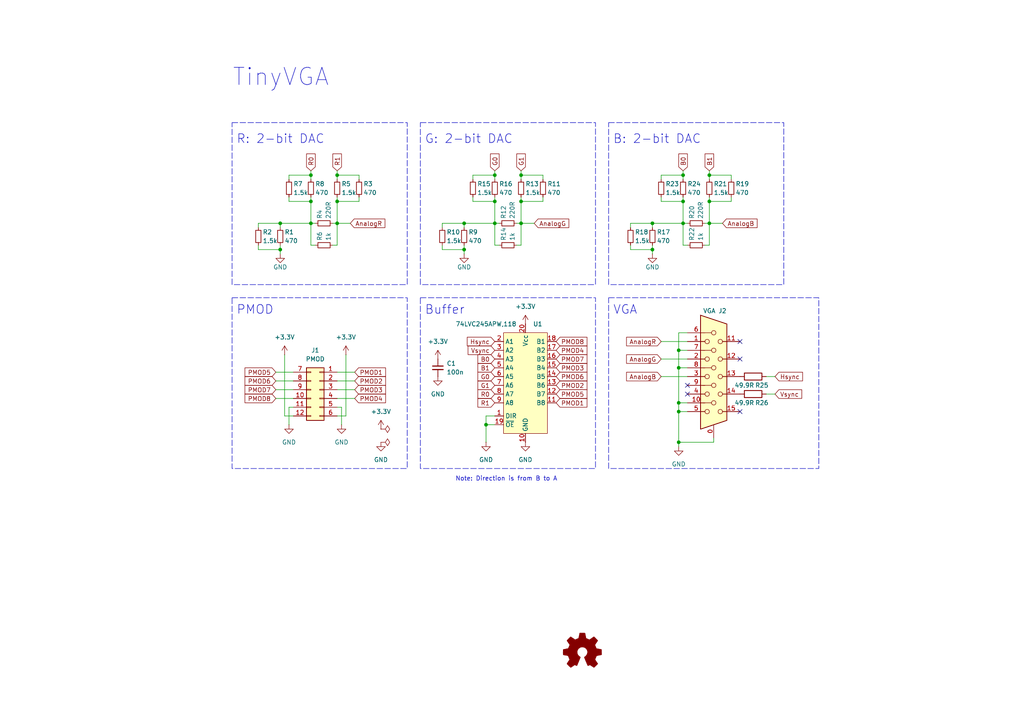
<source format=kicad_sch>
(kicad_sch (version 20231120) (generator "eeschema") (generator_version "8.0")
  (paper "A4")
  (title_block (title "Tiny VGA") (date "2023-10-07") (rev "v1.0") (company "Copyright (c) Leo Moser") (comment 1 "Made by mole99") (comment 2 "License: CC BY-SA 4.0"))
  (lib_symbols
    (symbol "Connector:DE15_Receptacle_HighDensity_MountingHoles" (pin_names (offset 1.016) hide)
      (property "Reference" "J" (at 0 21.59 0))
      (property "Value" "DE15_Receptacle_HighDensity_MountingHoles" (at 0 19.05 0))
      (symbol "DE15_Receptacle_HighDensity_MountingHoles_0_1"
        (circle (center -1.905 -10.16) (radius 0.635))
        (circle (center -1.905 -5.08) (radius 0.635))
        (circle (center -1.905 0) (radius 0.635))
        (circle (center -1.905 5.08) (radius 0.635))
        (circle (center -1.905 10.16) (radius 0.635))
        (circle (center 0 -7.62) (radius 0.635))
        (circle (center 0 -2.54) (radius 0.635))
        (polyline (pts (xy -3.175 7.62) (xy -0.635 7.62)))
        (polyline (pts (xy -0.635 -7.62) (xy -3.175 -7.62)))
        (polyline (pts (xy -0.635 -2.54) (xy -3.175 -2.54)))
        (polyline (pts (xy -0.635 2.54) (xy -3.175 2.54)))
        (polyline (pts (xy -0.635 12.7) (xy -3.175 12.7)))
        (polyline (pts (xy -3.81 17.78) (xy -3.81 -15.24) (xy 3.81 -12.7) (xy 3.81 15.24) (xy -3.81 17.78)) (stroke (width 0.254)) (fill (type background)))
        (circle (center 0 2.54) (radius 0.635))
        (circle (center 0 7.62) (radius 0.635))
        (circle (center 0 12.7) (radius 0.635))
        (circle (center 1.905 -10.16) (radius 0.635))
        (circle (center 1.905 -5.08) (radius 0.635))
        (circle (center 1.905 0) (radius 0.635))
        (circle (center 1.905 5.08) (radius 0.635))
        (circle (center 1.905 10.16) (radius 0.635))
      )
      (symbol "DE15_Receptacle_HighDensity_MountingHoles_1_1"
        (pin passive line (at 0 -17.78 90) (length 3.81) (name "~") (number "0"))
        (pin passive line (at -7.62 10.16 0) (length 5.08) (name "~") (number "1"))
        (pin passive line (at -7.62 -7.62 0) (length 5.08) (name "~") (number "10"))
        (pin passive line (at 7.62 10.16 180) (length 5.08) (name "~") (number "11"))
        (pin passive line (at 7.62 5.08 180) (length 5.08) (name "~") (number "12"))
        (pin passive line (at 7.62 0 180) (length 5.08) (name "~") (number "13"))
        (pin passive line (at 7.62 -5.08 180) (length 5.08) (name "~") (number "14"))
        (pin passive line (at 7.62 -10.16 180) (length 5.08) (name "~") (number "15"))
        (pin passive line (at -7.62 5.08 0) (length 5.08) (name "~") (number "2"))
        (pin passive line (at -7.62 0 0) (length 5.08) (name "~") (number "3"))
        (pin passive line (at -7.62 -5.08 0) (length 5.08) (name "~") (number "4"))
        (pin passive line (at -7.62 -10.16 0) (length 5.08) (name "~") (number "5"))
        (pin passive line (at -7.62 12.7 0) (length 5.08) (name "~") (number "6"))
        (pin passive line (at -7.62 7.62 0) (length 5.08) (name "~") (number "7"))
        (pin passive line (at -7.62 2.54 0) (length 5.08) (name "~") (number "8"))
        (pin passive line (at -7.62 -2.54 0) (length 5.08) (name "~") (number "9"))
      )
    )
    (symbol "Connector_Generic:Conn_02x06_Top_Bottom" (pin_names (offset 1.016) hide)
      (property "Reference" "J" (at 1.27 7.62 0))
      (property "Value" "Conn_02x06_Top_Bottom" (at 1.27 -10.16 0))
      (symbol "Conn_02x06_Top_Bottom_1_1"
        (rectangle (start -1.27 -7.493) (end 0 -7.747) (stroke (width 0.1524)))
        (rectangle (start -1.27 -4.953) (end 0 -5.207) (stroke (width 0.1524)))
        (rectangle (start -1.27 -2.413) (end 0 -2.667) (stroke (width 0.1524)))
        (rectangle (start -1.27 0.127) (end 0 -0.127) (stroke (width 0.1524)))
        (rectangle (start -1.27 2.667) (end 0 2.413) (stroke (width 0.1524)))
        (rectangle (start -1.27 5.207) (end 0 4.953) (stroke (width 0.1524)))
        (rectangle (start -1.27 6.35) (end 3.81 -8.89) (stroke (width 0.254)) (fill (type background)))
        (rectangle (start 3.81 -7.493) (end 2.54 -7.747) (stroke (width 0.1524)))
        (rectangle (start 3.81 -4.953) (end 2.54 -5.207) (stroke (width 0.1524)))
        (rectangle (start 3.81 -2.413) (end 2.54 -2.667) (stroke (width 0.1524)))
        (rectangle (start 3.81 0.127) (end 2.54 -0.127) (stroke (width 0.1524)))
        (rectangle (start 3.81 2.667) (end 2.54 2.413) (stroke (width 0.1524)))
        (rectangle (start 3.81 5.207) (end 2.54 4.953) (stroke (width 0.1524)))
        (pin passive line (at -5.08 5.08 0) (length 3.81) (name "Pin_1") (number "1"))
        (pin passive line (at 7.62 -2.54 180) (length 3.81) (name "Pin_10") (number "10"))
        (pin passive line (at 7.62 -5.08 180) (length 3.81) (name "Pin_11") (number "11"))
        (pin passive line (at 7.62 -7.62 180) (length 3.81) (name "Pin_12") (number "12"))
        (pin passive line (at -5.08 2.54 0) (length 3.81) (name "Pin_2") (number "2"))
        (pin passive line (at -5.08 0 0) (length 3.81) (name "Pin_3") (number "3"))
        (pin passive line (at -5.08 -2.54 0) (length 3.81) (name "Pin_4") (number "4"))
        (pin passive line (at -5.08 -5.08 0) (length 3.81) (name "Pin_5") (number "5"))
        (pin passive line (at -5.08 -7.62 0) (length 3.81) (name "Pin_6") (number "6"))
        (pin passive line (at 7.62 5.08 180) (length 3.81) (name "Pin_7") (number "7"))
        (pin passive line (at 7.62 2.54 180) (length 3.81) (name "Pin_8") (number "8"))
        (pin passive line (at 7.62 0 180) (length 3.81) (name "Pin_9") (number "9"))
      )
    )
    (symbol "Device:C_Small" (pin_numbers hide) (pin_names (offset 0.254) hide)
      (property "Reference" "C" (at 0.254 1.778 0))
      (property "Value" "C_Small" (at 0.254 -2.032 0))
      (symbol "C_Small_0_1"
        (polyline (pts (xy -1.524 -0.508) (xy 1.524 -0.508)) (stroke (width 0.3302)))
        (polyline (pts (xy -1.524 0.508) (xy 1.524 0.508)) (stroke (width 0.3048)))
      )
      (symbol "C_Small_1_1"
        (pin passive line (at 0 2.54 270) (length 2.032) (name "~") (number "1"))
        (pin passive line (at 0 -2.54 90) (length 2.032) (name "~") (number "2"))
      )
    )
    (symbol "Device:R" (pin_numbers hide) (pin_names (offset 0))
      (property "Reference" "R" (at 2.032 0 90))
      (property "Value" "R" (at 0 0 90))
      (symbol "R_0_1"
        (rectangle (start -1.016 -2.54) (end 1.016 2.54) (stroke (width 0.254)))
      )
      (symbol "R_1_1"
        (pin passive line (at 0 3.81 270) (length 1.27) (name "~") (number "1"))
        (pin passive line (at 0 -3.81 90) (length 1.27) (name "~") (number "2"))
      )
    )
    (symbol "Device:R_Small" (pin_numbers hide) (pin_names (offset 0.254) hide)
      (property "Reference" "R" (at 0.762 0.508 0))
      (property "Value" "R_Small" (at 0.762 -1.016 0))
      (symbol "R_Small_0_1"
        (rectangle (start -0.762 1.778) (end 0.762 -1.778) (stroke (width 0.2032)))
      )
      (symbol "R_Small_1_1"
        (pin passive line (at 0 2.54 270) (length 0.762) (name "~") (number "1"))
        (pin passive line (at 0 -2.54 90) (length 0.762) (name "~") (number "2"))
      )
    )
    (symbol "Graphic:Logo_Open_Hardware_Small" (in_bom no) (on_board no)
      (symbol "Logo_Open_Hardware_Small_0_1"
        (polyline (pts (xy 3.3528 -4.3434) (xy 3.302 -4.318) (xy 3.175 -4.2418) (xy 2.9972 -4.1148) (xy 2.7686 -3.9624) (xy 2.54 -3.81) (xy 2.3622 -3.7084) (xy 2.2352 -3.6068) (xy 2.1844 -3.5814) (xy 2.159 -3.6068) (xy 2.0574 -3.6576) (xy 1.905 -3.7338) (xy 1.8034 -3.7846) (xy 1.6764 -3.8354) (xy 1.6002 -3.8354) (xy 1.6002 -3.8354) (xy 1.5494 -3.7338) (xy 1.4732 -3.5306) (xy 1.3462 -3.302) (xy 1.2446 -3.0226) (xy 1.1176 -2.7178) (xy 0.9652 -2.413) (xy 0.8636 -2.1082) (xy 0.7366 -1.8288) (xy 0.6604 -1.6256) (xy 0.6096 -1.4732) (xy 0.5842 -1.397) (xy 0.5842 -1.397) (xy 0.6604 -1.3208) (xy 0.7874 -1.2446) (xy 1.0414 -1.016) (xy 1.2954 -0.6858) (xy 1.4478 -0.3302) (xy 1.524 0.0762) (xy 1.4732 0.4572) (xy 1.3208 0.8128) (xy 1.0668 1.143) (xy 0.762 1.3716) (xy 0.4064 1.524) (xy 0 1.5748) (xy -0.381 1.5494) (xy -0.7366 1.397) (xy -1.0668 1.143) (xy -1.2192 0.9906) (xy -1.397 0.6604) (xy -1.524 0.3048) (xy -1.524 0.2286) (xy -1.4986 -0.1778) (xy -1.397 -0.5334) (xy -1.1938 -0.8636) (xy -0.9144 -1.143) (xy -0.8636 -1.1684) (xy -0.7366 -1.27) (xy -0.635 -1.3462) (xy -0.5842 -1.397) (xy -1.0668 -2.5908) (xy -1.143 -2.794) (xy -1.2954 -3.1242) (xy -1.397 -3.4036) (xy -1.4986 -3.6322) (xy -1.5748 -3.7846) (xy -1.6002 -3.8354) (xy -1.6002 -3.8354) (xy -1.651 -3.8354) (xy -1.7272 -3.81) (xy -1.905 -3.7338) (xy -2.0066 -3.683) (xy -2.1336 -3.6068) (xy -2.2098 -3.5814) (xy -2.2606 -3.6068) (xy -2.3622 -3.683) (xy -2.54 -3.81) (xy -2.7686 -3.9624) (xy -2.9718 -4.0894) (xy -3.1496 -4.2164) (xy -3.302 -4.318) (xy -3.3528 -4.3434) (xy -3.3782 -4.3434) (xy -3.429 -4.318) (xy -3.5306 -4.2164) (xy -3.7084 -4.064) (xy -3.937 -3.8354) (xy -3.9624 -3.81) (xy -4.1656 -3.6068) (xy -4.318 -3.4544) (xy -4.4196 -3.3274) (xy -4.445 -3.2766) (xy -4.445 -3.2766) (xy -4.4196 -3.2258) (xy -4.318 -3.0734) (xy -4.2164 -2.8956) (xy -4.064 -2.667) (xy -3.6576 -2.0828) (xy -3.8862 -1.5494) (xy -3.937 -1.3716) (xy -4.0386 -1.1684) (xy -4.0894 -1.0414) (xy -4.1148 -0.9652) (xy -4.191 -0.9398) (xy -4.318 -0.9144) (xy -4.5466 -0.8636) (xy -4.8006 -0.8128) (xy -5.0546 -0.7874) (xy -5.2578 -0.7366) (xy -5.4356 -0.7112) (xy -5.5118 -0.6858) (xy -5.5118 -0.6858) (xy -5.5372 -0.635) (xy -5.5372 -0.5588) (xy -5.5372 -0.4318) (xy -5.5626 -0.2286) (xy -5.5626 0.0762) (xy -5.5626 0.127) (xy -5.5372 0.4064) (xy -5.5372 0.635) (xy -5.5372 0.762) (xy -5.5372 0.8382) (xy -5.5372 0.8382) (xy -5.461 0.8382) (xy -5.3086 0.889) (xy -5.08 0.9144) (xy -4.826 0.9652) (xy -4.8006 0.9906) (xy -4.5466 1.0414) (xy -4.318 1.0668) (xy -4.1656 1.1176) (xy -4.0894 1.143) (xy -4.0894 1.143) (xy -4.0386 1.2446) (xy -3.9624 1.4224) (xy -3.8608 1.6256) (xy -3.7846 1.8288) (xy -3.7084 2.0066) (xy -3.6576 2.159) (xy -3.6322 2.2098) (xy -3.6322 2.2098) (xy -3.683 2.286) (xy -3.7592 2.413) (xy -3.8862 2.5908) (xy -4.064 2.8194) (xy -4.064 2.8448) (xy -4.2164 3.0734) (xy -4.3434 3.2512) (xy -4.4196 3.3782) (xy -4.445 3.4544) (xy -4.445 3.4544) (xy -4.3942 3.5052) (xy -4.2926 3.6322) (xy -4.1148 3.81) (xy -3.937 4.0132) (xy -3.8608 4.064) (xy -3.6576 4.2926) (xy -3.5052 4.4196) (xy -3.4036 4.4958) (xy -3.3528 4.5212) (xy -3.3528 4.5212) (xy -3.302 4.4704) (xy -3.1496 4.3688) (xy -2.9718 4.2418) (xy -2.7432 4.0894) (xy -2.7178 4.0894) (xy -2.4892 3.937) (xy -2.3114 3.81) (xy -2.1844 3.7084) (xy -2.1336 3.683) (xy -2.1082 3.683) (xy -2.032 3.7084) (xy -1.8542 3.7592) (xy -1.6764 3.8354) (xy -1.4732 3.937) (xy -1.27 4.0132) (xy -1.143 4.064) (xy -1.0668 4.1148) (xy -1.0668 4.1148) (xy -1.0414 4.191) (xy -1.016 4.3434) (xy -0.9652 4.572) (xy -0.9144 4.8514) (xy -0.889 4.9022) (xy -0.8382 5.1562) (xy -0.8128 5.3848) (xy -0.7874 5.5372) (xy -0.762 5.588) (xy -0.7112 5.6134) (xy -0.5842 5.6134) (xy -0.4064 5.6134) (xy -0.1524 5.6134) (xy 0.0762 5.6134) (xy 0.3302 5.6134) (xy 0.5334 5.6134) (xy 0.6858 5.588) (xy 0.7366 5.588) (xy 0.7366 5.588) (xy 0.762 5.5118) (xy 0.8128 5.334) (xy 0.8382 5.1054) (xy 0.9144 4.826) (xy 0.9144 4.7752) (xy 0.9652 4.5212) (xy 1.016 4.2926) (xy 1.0414 4.1402) (xy 1.0668 4.0894) (xy 1.0668 4.0894) (xy 1.1938 4.0386) (xy 1.3716 3.9624) (xy 1.5748 3.8608) (xy 2.0828 3.6576) (xy 2.7178 4.0894) (xy 2.7686 4.1402) (xy 2.9972 4.2926) (xy 3.175 4.4196) (xy 3.302 4.4958) (xy 3.3782 4.5212) (xy 3.3782 4.5212) (xy 3.429 4.4704) (xy 3.556 4.3434) (xy 3.7338 4.191) (xy 3.9116 3.9878) (xy 4.064 3.8354) (xy 4.2418 3.6576) (xy 4.3434 3.556) (xy 4.4196 3.4798) (xy 4.4196 3.429) (xy 4.4196 3.4036) (xy 4.3942 3.3274) (xy 4.2926 3.2004) (xy 4.1656 2.9972) (xy 4.0132 2.794) (xy 3.8862 2.5908) (xy 3.7592 2.3876) (xy 3.6576 2.2352) (xy 3.6322 2.159) (xy 3.6322 2.1336) (xy 3.683 2.0066) (xy 3.7592 1.8288) (xy 3.8608 1.6002) (xy 4.064 1.1176) (xy 4.3942 1.0414) (xy 4.5974 1.016) (xy 4.8768 0.9652) (xy 5.1308 0.9144) (xy 5.5372 0.8382) (xy 5.5626 -0.6604) (xy 5.4864 -0.6858) (xy 5.4356 -0.6858) (xy 5.2832 -0.7366) (xy 5.0546 -0.762) (xy 4.8006 -0.8128) (xy 4.5974 -0.8636) (xy 4.3688 -0.9144) (xy 4.2164 -0.9398) (xy 4.1402 -0.9398) (xy 4.1148 -0.9652) (xy 4.064 -1.0668) (xy 3.9878 -1.2446) (xy 3.9116 -1.4478) (xy 3.81 -1.651) (xy 3.7338 -1.8542) (xy 3.683 -2.0066) (xy 3.6576 -2.0828) (xy 3.683 -2.1336) (xy 3.7846 -2.2606) (xy 3.8862 -2.4638) (xy 4.0386 -2.667) (xy 4.191 -2.8956) (xy 4.318 -3.0734) (xy 4.3942 -3.2004) (xy 4.445 -3.2766) (xy 4.4196 -3.3274) (xy 4.3434 -3.429) (xy 4.1656 -3.5814) (xy 3.937 -3.8354) (xy 3.8862 -3.8608) (xy 3.683 -4.064) (xy 3.5306 -4.2164) (xy 3.4036 -4.318) (xy 3.3528 -4.3434)) (fill (type outline)))
      )
    )
    (symbol "power:+3.3V" (power) (pin_numbers hide) (pin_names (offset 0) hide)
      (property "Value" "+3.3V" (at 0 3.556 0))
      (symbol "+3.3V_0_1"
        (polyline (pts (xy -0.762 1.27) (xy 0 2.54)))
        (polyline (pts (xy 0 0) (xy 0 2.54)))
        (polyline (pts (xy 0 2.54) (xy 0.762 1.27)))
      )
      (symbol "+3.3V_1_1"
        (pin power_in line (at 0 0 90) (length 0) (name "~") (number "1"))
      )
    )
    (symbol "power:GND" (power) (pin_numbers hide) (pin_names (offset 0) hide)
      (property "Value" "GND" (at 0 -3.81 0))
      (symbol "GND_0_1"
        (polyline (pts (xy 0 0) (xy 0 -1.27) (xy 1.27 -1.27) (xy 0 -2.54) (xy -1.27 -1.27) (xy 0 -1.27)))
      )
      (symbol "GND_1_1"
        (pin power_in line (at 0 0 270) (length 0) (name "~") (number "1"))
      )
    )
    (symbol "power:PWR_FLAG" (power) (pin_numbers hide) (pin_names (offset 0) hide)
      (property "Value" "PWR_FLAG" (at 0 3.81 0))
      (symbol "PWR_FLAG_0_0"
        (pin power_out line (at 0 0 90) (length 0) (name "~") (number "1"))
      )
      (symbol "PWR_FLAG_0_1"
        (polyline (pts (xy 0 0) (xy 0 1.27) (xy -1.016 1.905) (xy 0 2.54) (xy 1.016 1.905) (xy 0 1.27)))
      )
    )
    (symbol "tiny-vga:74LVC245A"
      (property "Reference" "U" (at 3.81 3.81 0))
      (property "Value" "74LVC245A" (at -7.62 3.81 0))
      (symbol "74LVC245A_1_1"
        (rectangle (start -6.35 2.54) (end 6.35 -26.67) (fill (type background)))
        (pin input line (at -8.89 -21.59 0) (length 2.54) (name "DIR") (number "1"))
        (pin power_in line (at 0 -29.21 90) (length 2.54) (name "GND") (number "10"))
        (pin input line (at 8.89 -17.78 180) (length 2.54) (name "B8") (number "11"))
        (pin input line (at 8.89 -15.24 180) (length 2.54) (name "B7") (number "12"))
        (pin input line (at 8.89 -12.7 180) (length 2.54) (name "B6") (number "13"))
        (pin input line (at 8.89 -10.16 180) (length 2.54) (name "B5") (number "14"))
        (pin input line (at 8.89 -7.62 180) (length 2.54) (name "B4") (number "15"))
        (pin input line (at 8.89 -5.08 180) (length 2.54) (name "B3") (number "16"))
        (pin input line (at 8.89 -2.54 180) (length 2.54) (name "B2") (number "17"))
        (pin input line (at 8.89 0 180) (length 2.54) (name "B1") (number "18"))
        (pin input line (at -8.89 -24.13 0) (length 2.54) (name "~{OE}") (number "19"))
        (pin input line (at -8.89 0 0) (length 2.54) (name "A1") (number "2"))
        (pin power_in line (at 0 5.08 270) (length 2.54) (name "Vcc") (number "20"))
        (pin input line (at -8.89 -2.54 0) (length 2.54) (name "A2") (number "3"))
        (pin input line (at -8.89 -5.08 0) (length 2.54) (name "A3") (number "4"))
        (pin input line (at -8.89 -7.62 0) (length 2.54) (name "A4") (number "5"))
        (pin input line (at -8.89 -10.16 0) (length 2.54) (name "A5") (number "6"))
        (pin input line (at -8.89 -12.7 0) (length 2.54) (name "A6") (number "7"))
        (pin input line (at -8.89 -15.24 0) (length 2.54) (name "A7") (number "8"))
        (pin input line (at -8.89 -17.78 0) (length 2.54) (name "A8") (number "9"))
      )
    )
  )
  (junction (at 143.51 64.77))
  (junction (at 189.23 64.77))
  (junction (at 196.85 128.27))
  (junction (at 196.85 116.84))
  (junction (at 151.13 58.42))
  (junction (at 97.79 50.8))
  (junction (at 97.79 58.42))
  (junction (at 205.74 50.8))
  (junction (at 97.79 64.77))
  (junction (at 198.12 58.42))
  (junction (at 140.97 123.19))
  (junction (at 151.13 50.8))
  (junction (at 90.17 64.77))
  (junction (at 198.12 64.77))
  (junction (at 205.74 64.77))
  (junction (at 143.51 50.8))
  (junction (at 90.17 50.8))
  (junction (at 134.62 64.77))
  (junction (at 90.17 58.42))
  (junction (at 189.23 72.39))
  (junction (at 198.12 50.8))
  (junction (at 134.62 72.39))
  (junction (at 81.28 64.77))
  (junction (at 143.51 58.42))
  (junction (at 151.13 64.77))
  (junction (at 196.85 106.68))
  (junction (at 196.85 119.38))
  (junction (at 205.74 58.42))
  (junction (at 196.85 101.6))
  (junction (at 81.28 72.39))
  (no_connect (at 214.63 104.14))
  (no_connect (at 214.63 99.06))
  (no_connect (at 214.63 119.38))
  (no_connect (at 199.39 114.3))
  (no_connect (at 199.39 111.76))
  (wire (pts (xy 97.79 107.95) (xy 102.87 107.95)))
  (wire (pts (xy 198.12 57.15) (xy 198.12 58.42)))
  (wire (pts (xy 143.51 58.42) (xy 143.51 64.77)))
  (wire (pts (xy 196.85 96.52) (xy 196.85 101.6)))
  (wire (pts (xy 90.17 71.12) (xy 91.44 71.12)))
  (wire (pts (xy 100.33 102.87) (xy 100.33 120.65)))
  (wire (pts (xy 134.62 64.77) (xy 143.51 64.77)))
  (wire (pts (xy 151.13 57.15) (xy 151.13 58.42)))
  (wire (pts (xy 97.79 57.15) (xy 97.79 58.42)))
  (wire (pts (xy 83.82 118.11) (xy 85.09 118.11)))
  (wire (pts (xy 151.13 50.8) (xy 151.13 52.07)))
  (wire (pts (xy 128.27 64.77) (xy 128.27 66.04)))
  (wire (pts (xy 189.23 72.39) (xy 189.23 73.66)))
  (wire (pts (xy 97.79 118.11) (xy 99.06 118.11)))
  (wire (pts (xy 143.51 50.8) (xy 143.51 52.07)))
  (wire (pts (xy 196.85 96.52) (xy 199.39 96.52)))
  (wire (pts (xy 81.28 71.12) (xy 81.28 72.39)))
  (wire (pts (xy 198.12 49.53) (xy 198.12 50.8)))
  (wire (pts (xy 182.88 64.77) (xy 182.88 66.04)))
  (wire (pts (xy 198.12 64.77) (xy 199.39 64.77)))
  (wire (pts (xy 140.97 120.65) (xy 140.97 123.19)))
  (wire (pts (xy 191.77 104.14) (xy 199.39 104.14)))
  (wire (pts (xy 97.79 58.42) (xy 97.79 64.77)))
  (wire (pts (xy 96.52 64.77) (xy 97.79 64.77)))
  (wire (pts (xy 96.52 71.12) (xy 97.79 71.12)))
  (wire (pts (xy 205.74 64.77) (xy 205.74 71.12)))
  (wire (pts (xy 204.47 64.77) (xy 205.74 64.77)))
  (wire (pts (xy 97.79 49.53) (xy 97.79 50.8)))
  (wire (pts (xy 83.82 50.8) (xy 83.82 52.07)))
  (wire (pts (xy 196.85 119.38) (xy 196.85 128.27)))
  (wire (pts (xy 97.79 64.77) (xy 97.79 71.12)))
  (wire (pts (xy 134.62 64.77) (xy 134.62 66.04)))
  (wire (pts (xy 198.12 58.42) (xy 198.12 64.77)))
  (wire (pts (xy 90.17 49.53) (xy 90.17 50.8)))
  (wire (pts (xy 80.01 110.49) (xy 85.09 110.49)))
  (wire (pts (xy 143.51 57.15) (xy 143.51 58.42)))
  (wire (pts (xy 143.51 49.53) (xy 143.51 50.8)))
  (wire (pts (xy 149.86 64.77) (xy 151.13 64.77)))
  (wire (pts (xy 151.13 49.53) (xy 151.13 50.8)))
  (wire (pts (xy 149.86 71.12) (xy 151.13 71.12)))
  (wire (pts (xy 196.85 119.38) (xy 199.39 119.38)))
  (wire (pts (xy 205.74 58.42) (xy 205.74 64.77)))
  (wire (pts (xy 80.01 115.57) (xy 85.09 115.57)))
  (wire (pts (xy 97.79 50.8) (xy 104.14 50.8)))
  (wire (pts (xy 196.85 128.27) (xy 207.01 128.27)))
  (wire (pts (xy 191.77 58.42) (xy 198.12 58.42)))
  (wire (pts (xy 74.93 64.77) (xy 74.93 66.04)))
  (wire (pts (xy 143.51 71.12) (xy 144.78 71.12)))
  (wire (pts (xy 212.09 57.15) (xy 212.09 58.42)))
  (wire (pts (xy 90.17 50.8) (xy 90.17 52.07)))
  (wire (pts (xy 151.13 50.8) (xy 157.48 50.8)))
  (wire (pts (xy 191.77 50.8) (xy 198.12 50.8)))
  (wire (pts (xy 189.23 71.12) (xy 189.23 72.39)))
  (wire (pts (xy 191.77 109.22) (xy 199.39 109.22)))
  (wire (pts (xy 97.79 50.8) (xy 97.79 52.07)))
  (wire (pts (xy 143.51 64.77) (xy 144.78 64.77)))
  (wire (pts (xy 212.09 50.8) (xy 212.09 52.07)))
  (wire (pts (xy 151.13 64.77) (xy 151.13 71.12)))
  (wire (pts (xy 205.74 50.8) (xy 212.09 50.8)))
  (wire (pts (xy 140.97 123.19) (xy 143.51 123.19)))
  (wire (pts (xy 80.01 107.95) (xy 85.09 107.95)))
  (wire (pts (xy 81.28 72.39) (xy 81.28 73.66)))
  (wire (pts (xy 128.27 71.12) (xy 128.27 72.39)))
  (wire (pts (xy 143.51 64.77) (xy 143.51 71.12)))
  (wire (pts (xy 198.12 64.77) (xy 198.12 71.12)))
  (wire (pts (xy 82.55 102.87) (xy 82.55 120.65)))
  (wire (pts (xy 90.17 58.42) (xy 90.17 64.77)))
  (wire (pts (xy 196.85 128.27) (xy 196.85 129.54)))
  (wire (pts (xy 196.85 116.84) (xy 196.85 119.38)))
  (wire (pts (xy 205.74 57.15) (xy 205.74 58.42)))
  (wire (pts (xy 151.13 58.42) (xy 157.48 58.42)))
  (wire (pts (xy 97.79 120.65) (xy 100.33 120.65)))
  (wire (pts (xy 83.82 50.8) (xy 90.17 50.8)))
  (wire (pts (xy 191.77 57.15) (xy 191.77 58.42)))
  (wire (pts (xy 224.79 109.22) (xy 222.25 109.22)))
  (wire (pts (xy 140.97 123.19) (xy 140.97 128.27)))
  (wire (pts (xy 157.48 50.8) (xy 157.48 52.07)))
  (wire (pts (xy 224.79 114.3) (xy 222.25 114.3)))
  (wire (pts (xy 128.27 64.77) (xy 134.62 64.77)))
  (wire (pts (xy 198.12 71.12) (xy 199.39 71.12)))
  (wire (pts (xy 189.23 64.77) (xy 189.23 66.04)))
  (wire (pts (xy 137.16 50.8) (xy 143.51 50.8)))
  (wire (pts (xy 97.79 58.42) (xy 104.14 58.42)))
  (wire (pts (xy 128.27 72.39) (xy 134.62 72.39)))
  (wire (pts (xy 90.17 64.77) (xy 91.44 64.77)))
  (wire (pts (xy 83.82 57.15) (xy 83.82 58.42)))
  (wire (pts (xy 104.14 57.15) (xy 104.14 58.42)))
  (wire (pts (xy 99.06 118.11) (xy 99.06 123.19)))
  (wire (pts (xy 74.93 64.77) (xy 81.28 64.77)))
  (wire (pts (xy 82.55 120.65) (xy 85.09 120.65)))
  (wire (pts (xy 81.28 64.77) (xy 81.28 66.04)))
  (wire (pts (xy 137.16 57.15) (xy 137.16 58.42)))
  (wire (pts (xy 205.74 49.53) (xy 205.74 50.8)))
  (wire (pts (xy 204.47 71.12) (xy 205.74 71.12)))
  (wire (pts (xy 205.74 58.42) (xy 212.09 58.42)))
  (wire (pts (xy 81.28 64.77) (xy 90.17 64.77)))
  (wire (pts (xy 90.17 57.15) (xy 90.17 58.42)))
  (wire (pts (xy 97.79 113.03) (xy 102.87 113.03)))
  (wire (pts (xy 74.93 72.39) (xy 81.28 72.39)))
  (wire (pts (xy 137.16 50.8) (xy 137.16 52.07)))
  (wire (pts (xy 157.48 57.15) (xy 157.48 58.42)))
  (wire (pts (xy 74.93 71.12) (xy 74.93 72.39)))
  (wire (pts (xy 80.01 113.03) (xy 85.09 113.03)))
  (wire (pts (xy 196.85 106.68) (xy 199.39 106.68)))
  (wire (pts (xy 189.23 64.77) (xy 198.12 64.77)))
  (wire (pts (xy 182.88 64.77) (xy 189.23 64.77)))
  (wire (pts (xy 196.85 101.6) (xy 199.39 101.6)))
  (wire (pts (xy 97.79 110.49) (xy 102.87 110.49)))
  (wire (pts (xy 196.85 101.6) (xy 196.85 106.68)))
  (wire (pts (xy 205.74 64.77) (xy 209.55 64.77)))
  (wire (pts (xy 83.82 118.11) (xy 83.82 123.19)))
  (wire (pts (xy 205.74 50.8) (xy 205.74 52.07)))
  (wire (pts (xy 196.85 106.68) (xy 196.85 116.84)))
  (wire (pts (xy 104.14 50.8) (xy 104.14 52.07)))
  (wire (pts (xy 191.77 50.8) (xy 191.77 52.07)))
  (wire (pts (xy 151.13 64.77) (xy 154.94 64.77)))
  (wire (pts (xy 207.01 127) (xy 207.01 128.27)))
  (wire (pts (xy 151.13 58.42) (xy 151.13 64.77)))
  (wire (pts (xy 196.85 116.84) (xy 199.39 116.84)))
  (wire (pts (xy 191.77 99.06) (xy 199.39 99.06)))
  (wire (pts (xy 97.79 64.77) (xy 101.6 64.77)))
  (wire (pts (xy 134.62 71.12) (xy 134.62 72.39)))
  (wire (pts (xy 140.97 120.65) (xy 143.51 120.65)))
  (wire (pts (xy 90.17 64.77) (xy 90.17 71.12)))
  (wire (pts (xy 134.62 72.39) (xy 134.62 73.66)))
  (wire (pts (xy 97.79 115.57) (xy 102.87 115.57)))
  (wire (pts (xy 83.82 58.42) (xy 90.17 58.42)))
  (wire (pts (xy 182.88 72.39) (xy 189.23 72.39)))
  (wire (pts (xy 198.12 50.8) (xy 198.12 52.07)))
  (wire (pts (xy 182.88 71.12) (xy 182.88 72.39)))
  (wire (pts (xy 137.16 58.42) (xy 143.51 58.42)))
  (rectangle (start 176.53 86.36) (end 237.49 135.89) (stroke (width 0) (type dash)))
  (rectangle (start 176.53 35.56) (end 227.33 82.55) (stroke (width 0) (type dash)))
  (rectangle (start 121.92 86.36) (end 172.72 135.89) (stroke (width 0) (type dash)))
  (rectangle (start 67.31 86.36) (end 118.11 135.89) (stroke (width 0) (type dash)))
  (rectangle (start 67.31 35.56) (end 118.11 82.55) (stroke (width 0) (type dash)))
  (rectangle (start 121.92 35.56) (end 172.72 82.55) (stroke (width 0) (type dash)))
  (text "G: 2-bit DAC" (at 123.19 41.91 0) (effects (font (size 2.54 2.54)) (justify left bottom)))
  (text "PMOD" (at 68.58 91.44 0) (effects (font (size 2.54 2.54)) (justify left bottom)))
  (text "R: 2-bit DAC" (at 68.58 41.91 0) (effects (font (size 2.54 2.54)) (justify left bottom)))
  (text "TinyVGA" (at 67.31 25.4 0) (effects (font (size 5 5)) (justify left bottom)))
  (text "VGA" (at 177.8 91.44 0) (effects (font (size 2.54 2.54)) (justify left bottom)))
  (text "B: 2-bit DAC" (at 177.8 41.91 0) (effects (font (size 2.54 2.54)) (justify left bottom)))
  (text "Note: Direction is from B to A" (at 132.08 139.7 0) (effects (font (size 1.27 1.27)) (justify left bottom)))
  (text "Buffer" (at 123.19 91.44 0) (effects (font (size 2.54 2.54)) (justify left bottom)))
  (global_label "PMOD8" (shape input) (at 80.01 115.57 180) (property "Intersheetrefs" "${INTERSHEET_REFS}" (effects (hide yes))))
  (global_label "B0" (shape input) (at 143.51 104.14 180) (property "Intersheetrefs" "${INTERSHEET_REFS}" (effects (hide yes))))
  (global_label "PMOD4" (shape input) (at 102.87 115.57 0) (property "Intersheetrefs" "${INTERSHEET_REFS}" (effects (hide yes))))
  (global_label "Vsync" (shape input) (at 224.79 114.3 0) (property "Intersheetrefs" "${INTERSHEET_REFS}" (effects (hide yes))))
  (global_label "PMOD7" (shape input) (at 161.29 104.14 0) (property "Intersheetrefs" "${INTERSHEET_REFS}" (effects (hide yes))))
  (global_label "PMOD6" (shape input) (at 161.29 109.22 0) (property "Intersheetrefs" "${INTERSHEET_REFS}" (effects (hide yes))))
  (global_label "PMOD2" (shape input) (at 102.87 110.49 0) (property "Intersheetrefs" "${INTERSHEET_REFS}" (effects (hide yes))))
  (global_label "AnalogB" (shape input) (at 209.55 64.77 0) (property "Intersheetrefs" "${INTERSHEET_REFS}" (effects (hide yes))))
  (global_label "AnalogB" (shape input) (at 191.77 109.22 180) (property "Intersheetrefs" "${INTERSHEET_REFS}" (effects (hide yes))))
  (global_label "AnalogR" (shape input) (at 191.77 99.06 180) (property "Intersheetrefs" "${INTERSHEET_REFS}" (effects (hide yes))))
  (global_label "B1" (shape input) (at 205.74 49.53 90) (property "Intersheetrefs" "${INTERSHEET_REFS}" (effects (hide yes))))
  (global_label "AnalogG" (shape input) (at 154.94 64.77 0) (property "Intersheetrefs" "${INTERSHEET_REFS}" (effects (hide yes))))
  (global_label "PMOD2" (shape input) (at 161.29 111.76 0) (property "Intersheetrefs" "${INTERSHEET_REFS}" (effects (hide yes))))
  (global_label "PMOD3" (shape input) (at 161.29 106.68 0) (property "Intersheetrefs" "${INTERSHEET_REFS}" (effects (hide yes))))
  (global_label "B0" (shape input) (at 198.12 49.53 90) (property "Intersheetrefs" "${INTERSHEET_REFS}" (effects (hide yes))))
  (global_label "PMOD8" (shape input) (at 161.29 99.06 0) (property "Intersheetrefs" "${INTERSHEET_REFS}" (effects (hide yes))))
  (global_label "B1" (shape input) (at 143.51 106.68 180) (property "Intersheetrefs" "${INTERSHEET_REFS}" (effects (hide yes))))
  (global_label "PMOD5" (shape input) (at 80.01 107.95 180) (property "Intersheetrefs" "${INTERSHEET_REFS}" (effects (hide yes))))
  (global_label "PMOD1" (shape input) (at 102.87 107.95 0) (property "Intersheetrefs" "${INTERSHEET_REFS}" (effects (hide yes))))
  (global_label "Hsync" (shape input) (at 224.79 109.22 0) (property "Intersheetrefs" "${INTERSHEET_REFS}" (effects (hide yes))))
  (global_label "AnalogR" (shape input) (at 101.6 64.77 0) (property "Intersheetrefs" "${INTERSHEET_REFS}" (effects (hide yes))))
  (global_label "PMOD7" (shape input) (at 80.01 113.03 180) (property "Intersheetrefs" "${INTERSHEET_REFS}" (effects (hide yes))))
  (global_label "Hsync" (shape input) (at 143.51 99.06 180) (property "Intersheetrefs" "${INTERSHEET_REFS}" (effects (hide yes))))
  (global_label "R1" (shape input) (at 97.79 49.53 90) (property "Intersheetrefs" "${INTERSHEET_REFS}" (effects (hide yes))))
  (global_label "G0" (shape input) (at 143.51 109.22 180) (property "Intersheetrefs" "${INTERSHEET_REFS}" (effects (hide yes))))
  (global_label "Vsync" (shape input) (at 143.51 101.6 180) (property "Intersheetrefs" "${INTERSHEET_REFS}" (effects (hide yes))))
  (global_label "G0" (shape input) (at 143.51 49.53 90) (property "Intersheetrefs" "${INTERSHEET_REFS}" (effects (hide yes))))
  (global_label "AnalogG" (shape input) (at 191.77 104.14 180) (property "Intersheetrefs" "${INTERSHEET_REFS}" (effects (hide yes))))
  (global_label "R0" (shape input) (at 90.17 49.53 90) (property "Intersheetrefs" "${INTERSHEET_REFS}" (effects (hide yes))))
  (global_label "G1" (shape input) (at 143.51 111.76 180) (property "Intersheetrefs" "${INTERSHEET_REFS}" (effects (hide yes))))
  (global_label "PMOD1" (shape input) (at 161.29 116.84 0) (property "Intersheetrefs" "${INTERSHEET_REFS}" (effects (hide yes))))
  (global_label "R1" (shape input) (at 143.51 116.84 180) (property "Intersheetrefs" "${INTERSHEET_REFS}" (effects (hide yes))))
  (global_label "PMOD5" (shape input) (at 161.29 114.3 0) (property "Intersheetrefs" "${INTERSHEET_REFS}" (effects (hide yes))))
  (global_label "R0" (shape input) (at 143.51 114.3 180) (property "Intersheetrefs" "${INTERSHEET_REFS}" (effects (hide yes))))
  (global_label "PMOD3" (shape input) (at 102.87 113.03 0) (property "Intersheetrefs" "${INTERSHEET_REFS}" (effects (hide yes))))
  (global_label "G1" (shape input) (at 151.13 49.53 90) (property "Intersheetrefs" "${INTERSHEET_REFS}" (effects (hide yes))))
  (global_label "PMOD4" (shape input) (at 161.29 101.6 0) (property "Intersheetrefs" "${INTERSHEET_REFS}" (effects (hide yes))))
  (global_label "PMOD6" (shape input) (at 80.01 110.49 180) (property "Intersheetrefs" "${INTERSHEET_REFS}" (effects (hide yes))))
  (symbol (lib_id "Device:R_Small") (at 81.28 68.58 0) (unit 1)
    (property "Reference" "R1" (at 82.55 67.31 0) (effects (justify left)))
    (property "Value" "470" (at 82.55 69.85 0) (effects (justify left)))
    (property "Footprint" "Resistor_SMD:R_0402_1005Metric" (effects (hide yes)))
    (property "MPN" "RCC0402470RFKED" (effects (hide yes)))
  )
  (symbol (lib_id "Device:R_Small") (at 90.17 54.61 0) (unit 1)
    (property "Reference" "R8" (at 91.44 53.34 0) (effects (justify left)))
    (property "Value" "470" (at 91.44 55.88 0) (effects (justify left)))
    (property "Footprint" "Resistor_SMD:R_0402_1005Metric" (effects (hide yes)))
    (property "MPN" "RCC0402470RFKED" (effects (hide yes)))
  )
  (symbol (lib_id "Device:R_Small") (at 198.12 54.61 0) (unit 1)
    (property "Reference" "R24" (at 199.39 53.34 0) (effects (justify left)))
    (property "Value" "470" (at 199.39 55.88 0) (effects (justify left)))
    (property "Footprint" "Resistor_SMD:R_0402_1005Metric" (effects (hide yes)))
    (property "MPN" "RCC0402470RFKED" (effects (hide yes)))
  )
  (symbol (lib_id "Device:R_Small") (at 182.88 68.58 0) (unit 1)
    (property "Reference" "R18" (at 184.15 67.31 0) (effects (justify left)))
    (property "Value" "1.5k" (at 184.15 69.85 0) (effects (justify left)))
    (property "Footprint" "Resistor_SMD:R_0402_1005Metric" (effects (hide yes)))
    (property "MPN" "RCC04021K50FKED" (effects (hide yes)))
  )
  (symbol (lib_id "Graphic:Logo_Open_Hardware_Small") (at 168.91 189.23 0) (unit 1) (exclude_from_sim yes) (in_bom no) (on_board no)
    (property "Reference" "#SYM2" (effects (hide yes)))
    (property "Value" "Logo_Open_Hardware_Small" (effects (hide yes)))
  )
  (symbol (lib_id "power:GND") (at 127 109.22 0) (unit 1)
    (property "Reference" "#PWR012" (effects (hide yes)))
    (property "Value" "GND" (at 127 114.3 0))
    (property "Description" "Power symbol creates a global label with name \"GND\" , ground" (effects (hide yes)))
  )
  (symbol (lib_id "Device:R_Small") (at 143.51 54.61 0) (unit 1)
    (property "Reference" "R16" (at 144.78 53.34 0) (effects (justify left)))
    (property "Value" "470" (at 144.78 55.88 0) (effects (justify left)))
    (property "Footprint" "Resistor_SMD:R_0402_1005Metric" (effects (hide yes)))
    (property "MPN" "RCC0402470RFKED" (effects (hide yes)))
  )
  (symbol (lib_id "Device:R") (at 218.44 114.3 270) (mirror x) (unit 1)
    (property "Reference" "R26" (at 220.98 116.84 90))
    (property "Value" "49.9R" (at 215.9 116.84 90))
    (property "Footprint" "Resistor_SMD:R_0402_1005Metric" (effects (hide yes)))
    (property "MPN" "ERJ-2RKF49R9X" (effects (hide yes)))
  )
  (symbol (lib_id "Device:R_Small") (at 147.32 64.77 90) (unit 1)
    (property "Reference" "R12" (at 146.05 63.5 0) (effects (justify left)))
    (property "Value" "220R" (at 148.59 63.5 0) (effects (justify left)))
    (property "Footprint" "Resistor_SMD:R_0402_1005Metric" (effects (hide yes)))
    (property "MPN" "RCS0402220RFKED" (effects (hide yes)))
  )
  (symbol (lib_id "power:GND") (at 152.4 128.27 0) (unit 1)
    (property "Reference" "#PWR011" (effects (hide yes)))
    (property "Value" "GND" (at 152.4 133.35 0))
    (property "Description" "Power symbol creates a global label with name \"GND\" , ground" (effects (hide yes)))
  )
  (symbol (lib_id "power:GND") (at 83.82 123.19 0) (unit 1)
    (property "Reference" "#PWR02" (effects (hide yes)))
    (property "Value" "GND" (at 83.82 128.27 0))
    (property "Description" "Power symbol creates a global label with name \"GND\" , ground" (effects (hide yes)))
  )
  (symbol (lib_id "Device:R_Small") (at 134.62 68.58 0) (unit 1)
    (property "Reference" "R9" (at 135.89 67.31 0) (effects (justify left)))
    (property "Value" "470" (at 135.89 69.85 0) (effects (justify left)))
    (property "Footprint" "Resistor_SMD:R_0402_1005Metric" (effects (hide yes)))
    (property "MPN" "RCC0402470RFKED" (effects (hide yes)))
  )
  (symbol (lib_id "power:+3.3V") (at 82.55 102.87 0) (unit 1)
    (property "Reference" "#PWR03" (effects (hide yes)))
    (property "Value" "+3.3V" (at 82.55 97.79 0))
    (property "Description" "Power symbol creates a global label with name \"+3.3V\"" (effects (hide yes)))
  )
  (symbol (lib_id "power:GND") (at 110.49 128.27 0) (unit 1)
    (property "Reference" "#PWR017" (effects (hide yes)))
    (property "Value" "GND" (at 110.49 133.35 0))
    (property "Description" "Power symbol creates a global label with name \"GND\" , ground" (effects (hide yes)))
  )
  (symbol (lib_id "Device:R_Small") (at 201.93 71.12 90) (unit 1)
    (property "Reference" "R22" (at 200.66 69.85 0) (effects (justify left)))
    (property "Value" "1k" (at 203.2 69.85 0) (effects (justify left)))
    (property "Footprint" "Resistor_SMD:R_0402_1005Metric" (effects (hide yes)))
    (property "MPN" "CRCW04021K00FKED" (effects (hide yes)))
  )
  (symbol (lib_id "power:GND") (at 81.28 73.66 0) (unit 1)
    (property "Reference" "#PWR01" (effects (hide yes)))
    (property "Value" "GND" (at 81.28 77.47 0))
    (property "Description" "Power symbol creates a global label with name \"GND\" , ground" (effects (hide yes)))
  )
  (symbol (lib_id "power:GND") (at 189.23 73.66 0) (unit 1)
    (property "Reference" "#PWR07" (effects (hide yes)))
    (property "Value" "GND" (at 189.23 77.47 0))
    (property "Description" "Power symbol creates a global label with name \"GND\" , ground" (effects (hide yes)))
  )
  (symbol (lib_id "power:GND") (at 140.97 128.27 0) (unit 1)
    (property "Reference" "#PWR09" (effects (hide yes)))
    (property "Value" "GND" (at 140.97 133.35 0))
    (property "Description" "Power symbol creates a global label with name \"GND\" , ground" (effects (hide yes)))
  )
  (symbol (lib_id "Device:R_Small") (at 74.93 68.58 0) (unit 1)
    (property "Reference" "R2" (at 76.2 67.31 0) (effects (justify left)))
    (property "Value" "1.5k" (at 76.2 69.85 0) (effects (justify left)))
    (property "Footprint" "Resistor_SMD:R_0402_1005Metric" (effects (hide yes)))
    (property "MPN" "RCC04021K50FKED" (effects (hide yes)))
  )
  (symbol (lib_id "power:GND") (at 99.06 123.19 0) (unit 1)
    (property "Reference" "#PWR05" (effects (hide yes)))
    (property "Value" "GND" (at 99.06 128.27 0))
    (property "Description" "Power symbol creates a global label with name \"GND\" , ground" (effects (hide yes)))
  )
  (symbol (lib_id "Connector:DE15_Receptacle_HighDensity_MountingHoles") (at 207.01 109.22 0) (unit 1)
    (property "Reference" "J2" (at 209.55 90.17 0))
    (property "Value" "VGA" (at 205.74 90.17 0))
    (property "Footprint" "Connector_Dsub:DSUB-15-HD_Female_Horizontal_P2.29x1.98mm_EdgePinOffset8.35mm_Housed_MountingHolesOffset10.89mm" (effects (hide yes)))
    (property "Datasheet" " ~" (effects (hide yes)))
    (property "MPN" "L77HDE15SD1CH4FVGA" (effects (hide yes)))
  )
  (symbol (lib_id "power:+3.3V") (at 152.4 93.98 0) (unit 1)
    (property "Reference" "#PWR010" (effects (hide yes)))
    (property "Value" "+3.3V" (at 152.4 88.9 0))
    (property "Description" "Power symbol creates a global label with name \"+3.3V\"" (effects (hide yes)))
  )
  (symbol (lib_id "Device:R_Small") (at 83.82 54.61 0) (unit 1)
    (property "Reference" "R7" (at 85.09 53.34 0) (effects (justify left)))
    (property "Value" "1.5k" (at 85.09 55.88 0) (effects (justify left)))
    (property "Footprint" "Resistor_SMD:R_0402_1005Metric" (effects (hide yes)))
    (property "MPN" "RCC04021K50FKED" (effects (hide yes)))
  )
  (symbol (lib_id "Device:R_Small") (at 201.93 64.77 90) (unit 1)
    (property "Reference" "R20" (at 200.66 63.5 0) (effects (justify left)))
    (property "Value" "220R" (at 203.2 63.5 0) (effects (justify left)))
    (property "Footprint" "Resistor_SMD:R_0402_1005Metric" (effects (hide yes)))
    (property "MPN" "RCS0402220RFKED" (effects (hide yes)))
  )
  (symbol (lib_id "power:+3.3V") (at 110.49 124.46 0) (unit 1)
    (property "Reference" "#PWR016" (effects (hide yes)))
    (property "Value" "+3.3V" (at 110.49 119.38 0))
    (property "Description" "Power symbol creates a global label with name \"+3.3V\"" (effects (hide yes)))
  )
  (symbol (lib_id "Device:R_Small") (at 151.13 54.61 0) (unit 1)
    (property "Reference" "R13" (at 152.4 53.34 0) (effects (justify left)))
    (property "Value" "1.5k" (at 152.4 55.88 0) (effects (justify left)))
    (property "Footprint" "Resistor_SMD:R_0402_1005Metric" (effects (hide yes)))
    (property "MPN" "RCC04021K50FKED" (effects (hide yes)))
  )
  (symbol (lib_id "tiny-vga:74LVC245A") (at 152.4 99.06 0) (unit 1)
    (property "Reference" "U1" (at 154.5941 93.98 0) (effects (justify left)))
    (property "Value" "74LVC245APW,118" (at 140.97 93.98 0))
    (property "Footprint" "Package_SO:TSSOP-20_4.4x6.5mm_P0.65mm" (effects (hide yes)))
    (property "Datasheet" "https://assets.nexperia.com/documents/data-sheet/74LVC_LVCH245A.pdf" (effects (hide yes)))
    (property "MPN" "74LVC245APW,118" (effects (hide yes)))
  )
  (symbol (lib_id "Device:R_Small") (at 212.09 54.61 0) (unit 1)
    (property "Reference" "R19" (at 213.36 53.34 0) (effects (justify left)))
    (property "Value" "470" (at 213.36 55.88 0) (effects (justify left)))
    (property "Footprint" "Resistor_SMD:R_0402_1005Metric" (effects (hide yes)))
    (property "MPN" "RCC0402470RFKED" (effects (hide yes)))
  )
  (symbol (lib_id "Device:R_Small") (at 189.23 68.58 0) (unit 1)
    (property "Reference" "R17" (at 190.5 67.31 0) (effects (justify left)))
    (property "Value" "470" (at 190.5 69.85 0) (effects (justify left)))
    (property "Footprint" "Resistor_SMD:R_0402_1005Metric" (effects (hide yes)))
    (property "MPN" "RCC0402470RFKED" (effects (hide yes)))
  )
  (symbol (lib_id "power:GND") (at 196.85 129.54 0) (unit 1)
    (property "Reference" "#PWR013" (effects (hide yes)))
    (property "Value" "GND" (at 196.85 134.62 0))
    (property "Description" "Power symbol creates a global label with name \"GND\" , ground" (effects (hide yes)))
  )
  (symbol (lib_id "power:+3.3V") (at 100.33 102.87 0) (unit 1)
    (property "Reference" "#PWR04" (effects (hide yes)))
    (property "Value" "+3.3V" (at 100.33 97.79 0))
    (property "Description" "Power symbol creates a global label with name \"+3.3V\"" (effects (hide yes)))
  )
  (symbol (lib_id "power:+3.3V") (at 127 104.14 0) (unit 1)
    (property "Reference" "#PWR08" (effects (hide yes)))
    (property "Value" "+3.3V" (at 127 99.06 0))
    (property "Description" "Power symbol creates a global label with name \"+3.3V\"" (effects (hide yes)))
  )
  (symbol (lib_id "Device:R_Small") (at 97.79 54.61 0) (unit 1)
    (property "Reference" "R5" (at 99.06 53.34 0) (effects (justify left)))
    (property "Value" "1.5k" (at 99.06 55.88 0) (effects (justify left)))
    (property "Footprint" "Resistor_SMD:R_0402_1005Metric" (effects (hide yes)))
    (property "MPN" "RCC04021K50FKED" (effects (hide yes)))
  )
  (symbol (lib_id "Device:R_Small") (at 191.77 54.61 0) (unit 1)
    (property "Reference" "R23" (at 193.04 53.34 0) (effects (justify left)))
    (property "Value" "1.5k" (at 193.04 55.88 0) (effects (justify left)))
    (property "Footprint" "Resistor_SMD:R_0402_1005Metric" (effects (hide yes)))
    (property "MPN" "RCC04021K50FKED" (effects (hide yes)))
  )
  (symbol (lib_id "Device:R_Small") (at 137.16 54.61 0) (unit 1)
    (property "Reference" "R15" (at 138.43 53.34 0) (effects (justify left)))
    (property "Value" "1.5k" (at 138.43 55.88 0) (effects (justify left)))
    (property "Footprint" "Resistor_SMD:R_0402_1005Metric" (effects (hide yes)))
    (property "MPN" "RCC04021K50FKED" (effects (hide yes)))
  )
  (symbol (lib_id "power:GND") (at 134.62 73.66 0) (unit 1)
    (property "Reference" "#PWR06" (effects (hide yes)))
    (property "Value" "GND" (at 134.62 77.47 0))
    (property "Description" "Power symbol creates a global label with name \"GND\" , ground" (effects (hide yes)))
  )
  (symbol (lib_id "Device:R_Small") (at 104.14 54.61 0) (unit 1)
    (property "Reference" "R3" (at 105.41 53.34 0) (effects (justify left)))
    (property "Value" "470" (at 105.41 55.88 0) (effects (justify left)))
    (property "Footprint" "Resistor_SMD:R_0402_1005Metric" (effects (hide yes)))
    (property "MPN" "RCC0402470RFKED" (effects (hide yes)))
  )
  (symbol (lib_id "Device:R") (at 218.44 109.22 270) (mirror x) (unit 1)
    (property "Reference" "R25" (at 220.98 111.76 90))
    (property "Value" "49.9R" (at 215.9 111.76 90))
    (property "Footprint" "Resistor_SMD:R_0402_1005Metric" (effects (hide yes)))
    (property "MPN" "ERJ-2RKF49R9X" (effects (hide yes)))
  )
  (symbol (lib_id "Device:R_Small") (at 205.74 54.61 0) (unit 1)
    (property "Reference" "R21" (at 207.01 53.34 0) (effects (justify left)))
    (property "Value" "1.5k" (at 207.01 55.88 0) (effects (justify left)))
    (property "Footprint" "Resistor_SMD:R_0402_1005Metric" (effects (hide yes)))
    (property "MPN" "RCC04021K50FKED" (effects (hide yes)))
  )
  (symbol (lib_id "power:PWR_FLAG") (at 110.49 124.46 270) (unit 1)
    (property "Reference" "#FLG01" (effects (hide yes)))
    (property "Value" "PWR_FLAG" (effects (hide yes)))
    (property "Description" "Special symbol for telling ERC where power comes from" (effects (hide yes)))
  )
  (symbol (lib_id "Device:R_Small") (at 128.27 68.58 0) (unit 1)
    (property "Reference" "R10" (at 129.54 67.31 0) (effects (justify left)))
    (property "Value" "1.5k" (at 129.54 69.85 0) (effects (justify left)))
    (property "Footprint" "Resistor_SMD:R_0402_1005Metric" (effects (hide yes)))
    (property "MPN" "RCC04021K50FKED" (effects (hide yes)))
  )
  (symbol (lib_id "Device:R_Small") (at 157.48 54.61 0) (unit 1)
    (property "Reference" "R11" (at 158.75 53.34 0) (effects (justify left)))
    (property "Value" "470" (at 158.75 55.88 0) (effects (justify left)))
    (property "Footprint" "Resistor_SMD:R_0402_1005Metric" (effects (hide yes)))
    (property "MPN" "RCC0402470RFKED" (effects (hide yes)))
  )
  (symbol (lib_id "Device:R_Small") (at 147.32 71.12 90) (unit 1)
    (property "Reference" "R14" (at 146.05 69.85 0) (effects (justify left)))
    (property "Value" "1k" (at 148.59 69.85 0) (effects (justify left)))
    (property "Footprint" "Resistor_SMD:R_0402_1005Metric" (effects (hide yes)))
    (property "MPN" "CRCW04021K00FKED" (effects (hide yes)))
  )
  (symbol (lib_id "power:PWR_FLAG") (at 110.49 128.27 270) (unit 1)
    (property "Reference" "#FLG02" (effects (hide yes)))
    (property "Value" "PWR_FLAG" (effects (hide yes)))
    (property "Description" "Special symbol for telling ERC where power comes from" (effects (hide yes)))
  )
  (symbol (lib_id "Device:C_Small") (at 127 106.68 0) (unit 1)
    (property "Reference" "C1" (at 129.54 105.4163 0) (effects (justify left)))
    (property "Value" "100n" (at 129.54 107.9563 0) (effects (justify left)))
    (property "Footprint" "Capacitor_SMD:C_0603_1608Metric" (effects (hide yes)))
    (property "MPN" "CGA3E3X7S2A104M080AB" (effects (hide yes)))
  )
  (symbol (lib_id "Connector_Generic:Conn_02x06_Top_Bottom") (at 92.71 113.03 0) (mirror y) (unit 1)
    (property "Reference" "J1" (at 91.44 101.6 0))
    (property "Value" "PMOD" (at 91.44 104.14 0))
    (property "Footprint" "Connector_PinHeader_2.54mm:PinHeader_2x06_P2.54mm_Horizontal" (effects (hide yes)))
    (property "MPN" "826634-6" (effects (hide yes)))
  )
  (symbol (lib_id "Device:R_Small") (at 93.98 64.77 90) (unit 1)
    (property "Reference" "R4" (at 92.71 63.5 0) (effects (justify left)))
    (property "Value" "220R" (at 95.25 63.5 0) (effects (justify left)))
    (property "Footprint" "Resistor_SMD:R_0402_1005Metric" (effects (hide yes)))
    (property "MPN" "RCS0402220RFKED" (effects (hide yes)))
  )
  (symbol (lib_id "Device:R_Small") (at 93.98 71.12 90) (unit 1)
    (property "Reference" "R6" (at 92.71 69.85 0) (effects (justify left)))
    (property "Value" "1k" (at 95.25 69.85 0) (effects (justify left)))
    (property "Footprint" "Resistor_SMD:R_0402_1005Metric" (effects (hide yes)))
    (property "MPN" "CRCW04021K00FKED" (effects (hide yes)))
  )
)
</source>
